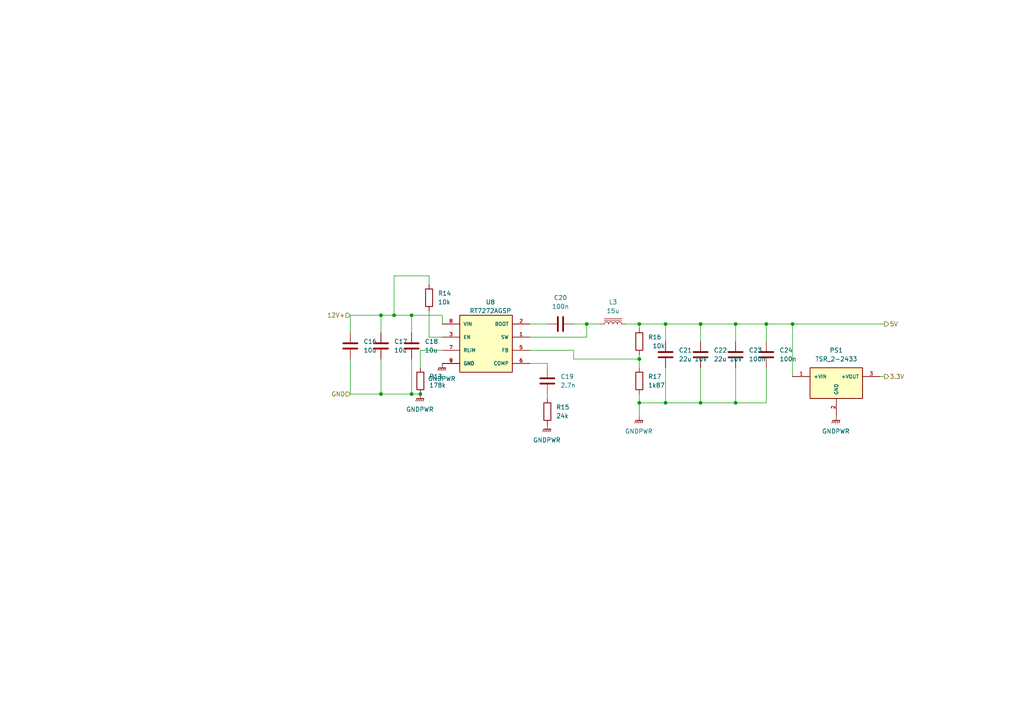
<source format=kicad_sch>
(kicad_sch (version 20211123) (generator eeschema)
  (paper "A4")
  (title_block (title "Rastaban-HAT") (rev "1") (company "HAN") (comment 1 "Casper R. Tak"))
  (lib_symbols
    (symbol "Device:C" (pin_numbers hide) (pin_names (offset 0.254))
      (property "Reference" "C" (at 0.635 2.54 0))
      (property "Value" "C" (at 0.635 -2.54 0))
      (symbol "C_0_1"
        (polyline (pts (xy -2.032 -0.762) (xy 2.032 -0.762)) (stroke (width 0.508)))
        (polyline (pts (xy -2.032 0.762) (xy 2.032 0.762)) (stroke (width 0.508)))
      )
      (symbol "C_1_1"
        (pin passive line (at 0 3.81 270) (length 2.794) (name "~") (number "1"))
        (pin passive line (at 0 -3.81 90) (length 2.794) (name "~") (number "2"))
      )
    )
    (symbol "Device:L_Iron" (pin_numbers hide) (pin_names (offset 1.016) hide)
      (property "Reference" "L" (at -1.27 0 90))
      (property "Value" "L_Iron" (at 2.794 0 90))
      (symbol "L_Iron_0_1"
        (arc (start 0 -2.54) (mid 0.635 -1.905) (end 0 -1.27))
        (arc (start 0 -1.27) (mid 0.635 -0.635) (end 0 0))
        (polyline (pts (xy 1.016 2.54) (xy 1.016 -2.54)))
        (polyline (pts (xy 1.524 -2.54) (xy 1.524 2.54)))
        (arc (start 0 0) (mid 0.635 0.635) (end 0 1.27))
        (arc (start 0 1.27) (mid 0.635 1.905) (end 0 2.54))
      )
      (symbol "L_Iron_1_1"
        (pin passive line (at 0 3.81 270) (length 1.27) (name "1") (number "1"))
        (pin passive line (at 0 -3.81 90) (length 1.27) (name "2") (number "2"))
      )
    )
    (symbol "Device:R" (pin_numbers hide) (pin_names (offset 0))
      (property "Reference" "R" (at 2.032 0 90))
      (property "Value" "R" (at 0 0 90))
      (symbol "R_0_1"
        (rectangle (start -1.016 -2.54) (end 1.016 2.54) (stroke (width 0.254)))
      )
      (symbol "R_1_1"
        (pin passive line (at 0 3.81 270) (length 1.27) (name "~") (number "1"))
        (pin passive line (at 0 -3.81 90) (length 1.27) (name "~") (number "2"))
      )
    )
    (symbol "RT7272AGSP:RT7272AGSP" (pin_names (offset 1.016))
      (property "Reference" "U?" (at 0 13.97 0))
      (property "Value" "RT7272AGSP" (at 0 11.43 0))
      (symbol "RT7272AGSP_0_0"
        (rectangle (start -8.89 10.16) (end 6.35 -6.35) (stroke (width 0.254)) (fill (type background)))
        (pin output line (at 11.43 3.81 180) (length 5.08) (name "SW") (number "1"))
        (pin input line (at 11.43 7.62 180) (length 5.08) (name "BOOT") (number "2"))
        (pin input line (at -13.97 3.81 0) (length 5.08) (name "EN") (number "3"))
        (pin power_in line (at -13.97 -3.81 0) (length 5.08) (name "GND") (number "4"))
        (pin input line (at 11.43 0 180) (length 5.08) (name "FB") (number "5"))
        (pin passive line (at 11.43 -3.81 180) (length 5.08) (name "COMP") (number "6"))
        (pin passive line (at -13.97 0 0) (length 5.08) (name "RLIM") (number "7"))
        (pin input line (at -13.97 7.62 0) (length 5.08) (name "VIN") (number "8"))
        (pin power_in line (at -13.97 -3.81 0) (length 5.08) (name "GND") (number "9"))
      )
    )
    (symbol "TSR_2-2433:TSR_2-2433" (pin_names (offset 1.016))
      (property "Reference" "PS?" (at 0 10.16 0))
      (property "Value" "TSR_2-2433" (at 0 7.62 0))
      (symbol "TSR_2-2433_0_0"
        (rectangle (start -7.62 5.08) (end 7.62 -3.81) (stroke (width 0.254)) (fill (type background)))
        (pin input line (at -12.7 2.54 0) (length 5.08) (name "+VIN") (number "1"))
        (pin power_in line (at 0 -8.89 90) (length 5.08) (name "GND") (number "2"))
        (pin output line (at 12.7 2.54 180) (length 5.08) (name "+VOUT") (number "3"))
      )
    )
    (symbol "power:GNDPWR" (power) (pin_names (offset 0))
      (property "Value" "GNDPWR" (at 0 -3.302 0))
      (symbol "GNDPWR_0_1"
        (polyline (pts (xy 0 -1.27) (xy 0 0)))
        (polyline (pts (xy -1.016 -1.27) (xy -1.27 -2.032) (xy -1.27 -2.032)) (stroke (width 0.2032)))
        (polyline (pts (xy -0.508 -1.27) (xy -0.762 -2.032) (xy -0.762 -2.032)) (stroke (width 0.2032)))
        (polyline (pts (xy 0 -1.27) (xy -0.254 -2.032) (xy -0.254 -2.032)) (stroke (width 0.2032)))
        (polyline (pts (xy 0.508 -1.27) (xy 0.254 -2.032) (xy 0.254 -2.032)) (stroke (width 0.2032)))
        (polyline (pts (xy 1.016 -1.27) (xy -1.016 -1.27) (xy -1.016 -1.27)) (stroke (width 0.2032)))
        (polyline (pts (xy 1.016 -1.27) (xy 0.762 -2.032) (xy 0.762 -2.032) (xy 0.762 -2.032)) (stroke (width 0.2032)))
      )
      (symbol "GNDPWR_1_1"
        (pin power_in line (at 0 0 270) (length 0) hide (name "GNDPWR") (number "1"))
      )
    )
  )
  (junction (at 121.92 114.3))
  (junction (at 114.3 91.44))
  (junction (at 229.87 93.98))
  (junction (at 185.42 104.14))
  (junction (at 170.18 93.98))
  (junction (at 193.04 116.84))
  (junction (at 185.42 93.98))
  (junction (at 110.49 91.44))
  (junction (at 119.38 114.3))
  (junction (at 119.38 91.44))
  (junction (at 203.2 116.84))
  (junction (at 203.2 93.98))
  (junction (at 185.42 116.84))
  (junction (at 193.04 93.98))
  (junction (at 213.36 93.98))
  (junction (at 110.49 114.3))
  (junction (at 213.36 116.84))
  (junction (at 222.25 93.98))
  (wire (pts (xy 166.37 93.98) (xy 170.18 93.98)))
  (wire (pts (xy 158.75 106.68) (xy 158.75 105.41)))
  (wire (pts (xy 124.46 97.79) (xy 128.27 97.79)))
  (wire (pts (xy 158.75 114.3) (xy 158.75 115.57)))
  (wire (pts (xy 119.38 96.52) (xy 119.38 91.44)))
  (wire (pts (xy 185.42 95.25) (xy 185.42 93.98)))
  (wire (pts (xy 185.42 93.98) (xy 181.61 93.98)))
  (wire (pts (xy 213.36 116.84) (xy 222.25 116.84)))
  (wire (pts (xy 166.37 104.14) (xy 185.42 104.14)))
  (wire (pts (xy 166.37 101.6) (xy 166.37 104.14)))
  (wire (pts (xy 110.49 96.52) (xy 110.49 91.44)))
  (wire (pts (xy 213.36 93.98) (xy 203.2 93.98)))
  (wire (pts (xy 256.54 109.22) (xy 255.27 109.22)))
  (wire (pts (xy 128.27 93.98) (xy 128.27 91.44)))
  (wire (pts (xy 110.49 114.3) (xy 119.38 114.3)))
  (wire (pts (xy 153.67 97.79) (xy 170.18 97.79)))
  (wire (pts (xy 185.42 93.98) (xy 193.04 93.98)))
  (wire (pts (xy 170.18 97.79) (xy 170.18 93.98)))
  (wire (pts (xy 185.42 120.65) (xy 185.42 116.84)))
  (wire (pts (xy 158.75 105.41) (xy 153.67 105.41)))
  (wire (pts (xy 119.38 104.14) (xy 119.38 114.3)))
  (wire (pts (xy 222.25 106.68) (xy 222.25 116.84)))
  (wire (pts (xy 153.67 93.98) (xy 158.75 93.98)))
  (wire (pts (xy 193.04 106.68) (xy 193.04 116.84)))
  (wire (pts (xy 124.46 90.17) (xy 124.46 97.79)))
  (wire (pts (xy 185.42 104.14) (xy 185.42 102.87)))
  (wire (pts (xy 229.87 93.98) (xy 256.54 93.98)))
  (wire (pts (xy 119.38 114.3) (xy 121.92 114.3)))
  (wire (pts (xy 213.36 93.98) (xy 222.25 93.98)))
  (wire (pts (xy 121.92 101.6) (xy 121.92 106.68)))
  (wire (pts (xy 213.36 106.68) (xy 213.36 116.84)))
  (wire (pts (xy 193.04 116.84) (xy 203.2 116.84)))
  (wire (pts (xy 185.42 116.84) (xy 185.42 114.3)))
  (wire (pts (xy 170.18 93.98) (xy 173.99 93.98)))
  (wire (pts (xy 213.36 99.06) (xy 213.36 93.98)))
  (wire (pts (xy 222.25 93.98) (xy 229.87 93.98)))
  (wire (pts (xy 101.6 91.44) (xy 101.6 96.52)))
  (wire (pts (xy 222.25 93.98) (xy 222.25 99.06)))
  (wire (pts (xy 101.6 114.3) (xy 110.49 114.3)))
  (wire (pts (xy 193.04 99.06) (xy 193.04 93.98)))
  (wire (pts (xy 110.49 91.44) (xy 101.6 91.44)))
  (wire (pts (xy 185.42 116.84) (xy 193.04 116.84)))
  (wire (pts (xy 124.46 82.55) (xy 124.46 80.01)))
  (wire (pts (xy 101.6 104.14) (xy 101.6 114.3)))
  (wire (pts (xy 114.3 80.01) (xy 114.3 91.44)))
  (wire (pts (xy 110.49 91.44) (xy 114.3 91.44)))
  (wire (pts (xy 110.49 104.14) (xy 110.49 114.3)))
  (wire (pts (xy 203.2 99.06) (xy 203.2 93.98)))
  (wire (pts (xy 128.27 101.6) (xy 121.92 101.6)))
  (wire (pts (xy 203.2 106.68) (xy 203.2 116.84)))
  (wire (pts (xy 124.46 80.01) (xy 114.3 80.01)))
  (wire (pts (xy 229.87 93.98) (xy 229.87 109.22)))
  (wire (pts (xy 153.67 101.6) (xy 166.37 101.6)))
  (wire (pts (xy 114.3 91.44) (xy 119.38 91.44)))
  (wire (pts (xy 203.2 93.98) (xy 193.04 93.98)))
  (wire (pts (xy 185.42 104.14) (xy 185.42 106.68)))
  (wire (pts (xy 128.27 91.44) (xy 119.38 91.44)))
  (wire (pts (xy 203.2 116.84) (xy 213.36 116.84)))
  (hierarchical_label "3.3V" (shape output) (at 256.54 109.22 0))
  (hierarchical_label "5V" (shape output) (at 256.54 93.98 0))
  (hierarchical_label "12V+" (shape input) (at 101.6 91.44 180))
  (hierarchical_label "GND" (shape input) (at 101.6 114.3 180))
  (symbol (lib_id "Device:R") (at 185.42 110.49 0) (unit 1)
    (property "Reference" "R17" (at 187.96 109.2199 0) (effects (justify left)))
    (property "Value" "1k87" (at 187.96 111.7599 0) (effects (justify left)))
    (property "Footprint" "Resistor_SMD:R_1206_3216Metric_Pad1.30x1.75mm_HandSolder" (effects hide))
  )
  (symbol (lib_id "power:GNDPWR") (at 128.27 105.41 0) (unit 1)
    (property "Reference" "#PWR026" (effects hide))
    (property "Value" "GNDPWR" (at 128.143 109.855 0))
  )
  (symbol (lib_id "Device:C") (at 110.49 100.33 0) (unit 1)
    (property "Reference" "C17" (at 114.3 99.0599 0) (effects (justify left)))
    (property "Value" "10u" (at 114.3 101.5999 0) (effects (justify left)))
    (property "Footprint" "Capacitor_SMD:C_1206_3216Metric_Pad1.33x1.80mm_HandSolder" (effects hide))
  )
  (symbol (lib_id "Device:C") (at 203.2 102.87 180) (unit 1)
    (property "Reference" "C22" (at 207.01 101.5999 0) (effects (justify right)))
    (property "Value" "22u 10V" (at 207.01 104.1399 0) (effects (justify right)))
    (property "Footprint" "Capacitor_SMD:C_1206_3216Metric_Pad1.33x1.80mm_HandSolder" (effects hide))
  )
  (symbol (lib_id "Device:C") (at 222.25 102.87 0) (mirror y) (unit 1)
    (property "Reference" "C24" (at 226.06 101.5999 0) (effects (justify right)))
    (property "Value" "100n" (at 226.06 104.1399 0) (effects (justify right)))
    (property "Footprint" "Capacitor_SMD:C_1206_3216Metric_Pad1.33x1.80mm_HandSolder" (effects hide))
  )
  (symbol (lib_id "power:GNDPWR") (at 242.57 120.65 0) (unit 1)
    (property "Reference" "#PWR029" (effects hide))
    (property "Value" "GNDPWR" (at 242.443 125.095 0))
  )
  (symbol (lib_id "Device:C") (at 193.04 102.87 180) (unit 1)
    (property "Reference" "C21" (at 196.85 101.5999 0) (effects (justify right)))
    (property "Value" "22u 10V" (at 196.85 104.1399 0) (effects (justify right)))
    (property "Footprint" "Capacitor_SMD:C_1206_3216Metric_Pad1.33x1.80mm_HandSolder" (effects hide))
  )
  (symbol (lib_id "Device:R") (at 124.46 86.36 0) (unit 1)
    (property "Reference" "R14" (at 127 85.0899 0) (effects (justify left)))
    (property "Value" "10k" (at 127 87.6299 0) (effects (justify left)))
    (property "Footprint" "Resistor_SMD:R_1206_3216Metric_Pad1.30x1.75mm_HandSolder" (effects hide))
  )
  (symbol (lib_id "RT7272AGSP:RT7272AGSP") (at 142.24 101.6 0) (unit 1)
    (property "Reference" "U8" (at 142.24 87.63 0))
    (property "Value" "RT7272AGSP" (at 142.24 90.17 0))
    (property "Footprint" "Snapeda:SOIC127P599X175-9N" (effects hide))
    (property "MAXIMUM_PACKAGE_HEIGHT" "1.753 mm" (effects hide))
    (property "STANDARD" "IPC-7351B" (effects hide))
    (property "PARTREV" "June 2015" (effects hide))
    (property "MANUFACTURER" "Richtek USA Inc." (effects hide))
  )
  (symbol (lib_id "Device:R") (at 158.75 119.38 0) (unit 1)
    (property "Reference" "R15" (at 161.29 118.1099 0) (effects (justify left)))
    (property "Value" "24k" (at 161.29 120.6499 0) (effects (justify left)))
    (property "Footprint" "Resistor_SMD:R_1206_3216Metric_Pad1.30x1.75mm_HandSolder" (effects hide))
  )
  (symbol (lib_id "Device:C") (at 119.38 100.33 0) (unit 1)
    (property "Reference" "C18" (at 123.19 99.0599 0) (effects (justify left)))
    (property "Value" "10u" (at 123.19 101.5999 0) (effects (justify left)))
    (property "Footprint" "Capacitor_SMD:C_1206_3216Metric_Pad1.33x1.80mm_HandSolder" (effects hide))
  )
  (symbol (lib_id "power:GNDPWR") (at 185.42 120.65 0) (unit 1)
    (property "Reference" "#PWR028" (effects hide))
    (property "Value" "GNDPWR" (at 185.293 125.095 0))
  )
  (symbol (lib_id "Device:L_Iron") (at 177.8 93.98 90) (unit 1)
    (property "Reference" "L3" (at 177.8 87.63 90))
    (property "Value" "15u" (at 177.8 90.17 90))
    (property "Footprint" "Inductor_SMD:L_1206_3216Metric_Pad1.22x1.90mm_HandSolder" (effects hide))
  )
  (symbol (lib_id "Device:R") (at 121.92 110.49 0) (unit 1)
    (property "Reference" "R13" (at 124.46 109.2199 0) (effects (justify left)))
    (property "Value" "178k" (at 124.46 111.7599 0) (effects (justify left)))
    (property "Footprint" "Resistor_SMD:R_1206_3216Metric_Pad1.30x1.75mm_HandSolder" (effects hide))
  )
  (symbol (lib_id "Device:C") (at 213.36 102.87 180) (unit 1)
    (property "Reference" "C23" (at 217.17 101.5999 0) (effects (justify right)))
    (property "Value" "100n" (at 217.17 104.1399 0) (effects (justify right)))
    (property "Footprint" "Capacitor_SMD:C_1206_3216Metric_Pad1.33x1.80mm_HandSolder" (effects hide))
  )
  (symbol (lib_id "Device:C") (at 101.6 100.33 0) (unit 1)
    (property "Reference" "C16" (at 105.41 99.0599 0) (effects (justify left)))
    (property "Value" "10u" (at 105.41 101.5999 0) (effects (justify left)))
    (property "Footprint" "Capacitor_SMD:C_1206_3216Metric_Pad1.33x1.80mm_HandSolder" (effects hide))
  )
  (symbol (lib_id "power:GNDPWR") (at 121.92 114.3 0) (unit 1)
    (property "Reference" "#PWR025" (effects hide))
    (property "Value" "GNDPWR" (at 121.793 118.745 0))
  )
  (symbol (lib_id "TSR_2-2433:TSR_2-2433") (at 242.57 111.76 0) (unit 1)
    (property "Reference" "PS1" (at 242.57 101.6 0))
    (property "Value" "TSR_2-2433" (at 242.57 104.14 0))
    (property "Footprint" "Converter_DCDC:Converter_DCDC_TRACO_TSR-1_THT" (effects hide))
    (property "STANDARD" "Manufacturer Recommendations" (effects hide))
    (property "MAXIMUM_PACKAGE_HEIGHT" "10.6mm" (effects hide))
    (property "PARTREV" "May 14, 2020" (effects hide))
    (property "MANUFACTURER" "Traco Power" (effects hide))
  )
  (symbol (lib_id "power:GNDPWR") (at 158.75 123.19 0) (unit 1)
    (property "Reference" "#PWR027" (effects hide))
    (property "Value" "GNDPWR" (at 158.623 127.635 0))
  )
  (symbol (lib_id "Device:R") (at 185.42 99.06 0) (unit 1)
    (property "Reference" "R16" (at 187.96 97.7899 0) (effects (justify left)))
    (property "Value" "10k" (at 189.23 100.3299 0) (effects (justify left)))
    (property "Footprint" "Resistor_SMD:R_1206_3216Metric_Pad1.30x1.75mm_HandSolder" (effects hide))
  )
  (symbol (lib_id "Device:C") (at 158.75 110.49 180) (unit 1)
    (property "Reference" "C19" (at 162.56 109.2199 0) (effects (justify right)))
    (property "Value" "2.7n" (at 162.56 111.7599 0) (effects (justify right)))
    (property "Footprint" "Capacitor_SMD:C_1206_3216Metric_Pad1.33x1.80mm_HandSolder" (effects hide))
  )
  (symbol (lib_id "Device:C") (at 162.56 93.98 90) (unit 1)
    (property "Reference" "C20" (at 162.56 86.36 90))
    (property "Value" "100n" (at 162.56 88.9 90))
    (property "Footprint" "Capacitor_SMD:C_1206_3216Metric_Pad1.33x1.80mm_HandSolder" (effects hide))
  )
)
</source>
